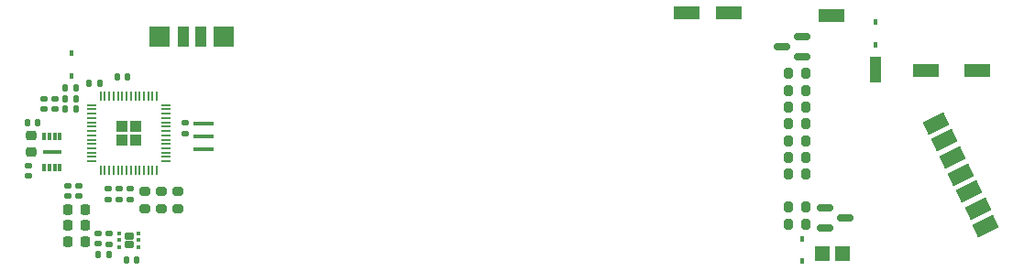
<source format=gbr>
%TF.GenerationSoftware,KiCad,Pcbnew,(7.0.0-40-g49f6a63a06)*%
%TF.CreationDate,2023-02-16T00:57:38+00:00*%
%TF.ProjectId,OPSX,4f505358-2e6b-4696-9361-645f70636258,rev?*%
%TF.SameCoordinates,PX6578900PY6a86820*%
%TF.FileFunction,Paste,Top*%
%TF.FilePolarity,Positive*%
%FSLAX46Y46*%
G04 Gerber Fmt 4.6, Leading zero omitted, Abs format (unit mm)*
G04 Created by KiCad (PCBNEW (7.0.0-40-g49f6a63a06)) date 2023-02-16 00:57:38*
%MOMM*%
%LPD*%
G01*
G04 APERTURE LIST*
G04 Aperture macros list*
%AMRoundRect*
0 Rectangle with rounded corners*
0 $1 Rounding radius*
0 $2 $3 $4 $5 $6 $7 $8 $9 X,Y pos of 4 corners*
0 Add a 4 corners polygon primitive as box body*
4,1,4,$2,$3,$4,$5,$6,$7,$8,$9,$2,$3,0*
0 Add four circle primitives for the rounded corners*
1,1,$1+$1,$2,$3*
1,1,$1+$1,$4,$5*
1,1,$1+$1,$6,$7*
1,1,$1+$1,$8,$9*
0 Add four rect primitives between the rounded corners*
20,1,$1+$1,$2,$3,$4,$5,0*
20,1,$1+$1,$4,$5,$6,$7,0*
20,1,$1+$1,$6,$7,$8,$9,0*
20,1,$1+$1,$8,$9,$2,$3,0*%
%AMRotRect*
0 Rectangle, with rotation*
0 The origin of the aperture is its center*
0 $1 length*
0 $2 width*
0 $3 Rotation angle, in degrees counterclockwise*
0 Add horizontal line*
21,1,$1,$2,0,0,$3*%
G04 Aperture macros list end*
%ADD10RoundRect,0.200000X0.200000X0.275000X-0.200000X0.275000X-0.200000X-0.275000X0.200000X-0.275000X0*%
%ADD11RoundRect,0.150000X0.587500X0.150000X-0.587500X0.150000X-0.587500X-0.150000X0.587500X-0.150000X0*%
%ADD12RoundRect,0.140000X0.140000X0.170000X-0.140000X0.170000X-0.140000X-0.170000X0.140000X-0.170000X0*%
%ADD13RoundRect,0.135000X0.185000X-0.135000X0.185000X0.135000X-0.185000X0.135000X-0.185000X-0.135000X0*%
%ADD14RoundRect,0.140000X-0.170000X0.140000X-0.170000X-0.140000X0.170000X-0.140000X0.170000X0.140000X0*%
%ADD15R,1.900000X0.400000*%
%ADD16RoundRect,0.250000X0.292217X-0.292217X0.292217X0.292217X-0.292217X0.292217X-0.292217X-0.292217X0*%
%ADD17RoundRect,0.050000X0.050000X-0.387500X0.050000X0.387500X-0.050000X0.387500X-0.050000X-0.387500X0*%
%ADD18RoundRect,0.050000X0.387500X-0.050000X0.387500X0.050000X-0.387500X0.050000X-0.387500X-0.050000X0*%
%ADD19R,0.450000X0.600000*%
%ADD20RoundRect,0.200000X-0.200000X-0.275000X0.200000X-0.275000X0.200000X0.275000X-0.200000X0.275000X0*%
%ADD21RoundRect,0.200000X-0.275000X0.200000X-0.275000X-0.200000X0.275000X-0.200000X0.275000X0.200000X0*%
%ADD22RoundRect,0.225000X0.225000X0.250000X-0.225000X0.250000X-0.225000X-0.250000X0.225000X-0.250000X0*%
%ADD23RoundRect,0.135000X-0.135000X-0.185000X0.135000X-0.185000X0.135000X0.185000X-0.135000X0.185000X0*%
%ADD24RoundRect,0.172500X-0.262500X-0.172500X0.262500X-0.172500X0.262500X0.172500X-0.262500X0.172500X0*%
%ADD25RoundRect,0.093750X-0.093750X-0.106250X0.093750X-0.106250X0.093750X0.106250X-0.093750X0.106250X0*%
%ADD26RoundRect,0.140000X0.170000X-0.140000X0.170000X0.140000X-0.170000X0.140000X-0.170000X-0.140000X0*%
%ADD27RotRect,2.150000X1.300000X26.000000*%
%ADD28R,2.410900X1.148900*%
%ADD29R,1.135175X2.404174*%
%ADD30R,2.355450X1.200000*%
%ADD31R,1.943250X1.953550*%
%ADD32R,1.050000X1.950000*%
%ADD33R,1.413846X1.475000*%
%ADD34R,1.371600X1.473750*%
%ADD35RoundRect,0.150000X-0.587500X-0.150000X0.587500X-0.150000X0.587500X0.150000X-0.587500X0.150000X0*%
%ADD36RoundRect,0.225000X-0.250000X0.225000X-0.250000X-0.225000X0.250000X-0.225000X0.250000X0.225000X0*%
%ADD37RoundRect,0.140000X-0.140000X-0.170000X0.140000X-0.170000X0.140000X0.170000X-0.140000X0.170000X0*%
%ADD38R,0.300000X0.650000*%
%ADD39R,1.700000X0.400000*%
G04 APERTURE END LIST*
D10*
%TO.C,R10*%
X70725000Y11550000D03*
X69075000Y11550000D03*
%TD*%
D11*
%TO.C,Q2*%
X70387500Y20850000D03*
X70387500Y22750000D03*
X68512500Y21800000D03*
%TD*%
D12*
%TO.C,C12*%
X-220000Y14800000D03*
X-1180000Y14800000D03*
%TD*%
D13*
%TO.C,R14*%
X6350000Y3540000D03*
X6350000Y4560000D03*
%TD*%
D14*
%TO.C,C9*%
X6300000Y8630000D03*
X6300000Y7670000D03*
%TD*%
D15*
%TO.C,Y1*%
X15099999Y14699999D03*
X15099999Y12299999D03*
X15099999Y13499999D03*
%TD*%
D14*
%TO.C,C8*%
X2550000Y8930000D03*
X2550000Y7970000D03*
%TD*%
%TO.C,R1*%
X350000Y16980000D03*
X350000Y16020000D03*
%TD*%
D16*
%TO.C,U2*%
X7542500Y13162500D03*
X8817500Y13162500D03*
X7542500Y14437500D03*
X8817500Y14437500D03*
D17*
X5580000Y10362500D03*
X5980000Y10362500D03*
X6380000Y10362500D03*
X6780000Y10362500D03*
X7180000Y10362500D03*
X7580000Y10362500D03*
X7980000Y10362500D03*
X8380000Y10362500D03*
X8780000Y10362500D03*
X9180000Y10362500D03*
X9580000Y10362500D03*
X9980000Y10362500D03*
X10380000Y10362500D03*
X10780000Y10362500D03*
D18*
X11617500Y11200000D03*
X11617500Y11600000D03*
X11617500Y12000000D03*
X11617500Y12400000D03*
X11617500Y12800000D03*
X11617500Y13200000D03*
X11617500Y13600000D03*
X11617500Y14000000D03*
X11617500Y14400000D03*
X11617500Y14800000D03*
X11617500Y15200000D03*
X11617500Y15600000D03*
X11617500Y16000000D03*
X11617500Y16400000D03*
D17*
X10780000Y17237500D03*
X10380000Y17237500D03*
X9980000Y17237500D03*
X9580000Y17237500D03*
X9180000Y17237500D03*
X8780000Y17237500D03*
X8380000Y17237500D03*
X7980000Y17237500D03*
X7580000Y17237500D03*
X7180000Y17237500D03*
X6780000Y17237500D03*
X6380000Y17237500D03*
X5980000Y17237500D03*
X5580000Y17237500D03*
D18*
X4742500Y16400000D03*
X4742500Y16000000D03*
X4742500Y15600000D03*
X4742500Y15200000D03*
X4742500Y14800000D03*
X4742500Y14400000D03*
X4742500Y14000000D03*
X4742500Y13600000D03*
X4742500Y13200000D03*
X4742500Y12800000D03*
X4742500Y12400000D03*
X4742500Y12000000D03*
X4742500Y11600000D03*
X4742500Y11200000D03*
%TD*%
D19*
%TO.C,D2*%
X77149999Y21999999D03*
X77149999Y24099999D03*
%TD*%
D20*
%TO.C,R11*%
X69075000Y13100000D03*
X70725000Y13100000D03*
%TD*%
D14*
%TO.C,C5*%
X5350000Y4530000D03*
X5350000Y3570000D03*
%TD*%
D19*
%TO.C,D3*%
X2849999Y19099999D03*
X2849999Y21199999D03*
%TD*%
D20*
%TO.C,R8*%
X69075000Y6950000D03*
X70725000Y6950000D03*
%TD*%
D21*
%TO.C,R16*%
X9700000Y8425000D03*
X9700000Y6775000D03*
%TD*%
D19*
%TO.C,D1*%
X70399999Y4049999D03*
X70399999Y1949999D03*
%TD*%
D14*
%TO.C,R2*%
X1350000Y16980000D03*
X1350000Y16020000D03*
%TD*%
D22*
%TO.C,C6*%
X4125000Y3750000D03*
X2575000Y3750000D03*
%TD*%
D21*
%TO.C,R18*%
X12700000Y8425000D03*
X12700000Y6775000D03*
%TD*%
D23*
%TO.C,R15*%
X5340000Y2600000D03*
X6360000Y2600000D03*
%TD*%
D24*
%TO.C,U4*%
X8200000Y4300000D03*
X8200000Y3500000D03*
D25*
X7312500Y4550000D03*
X7312500Y3900000D03*
X7312500Y3250000D03*
X9087500Y3250000D03*
X9087500Y3900000D03*
X9087500Y4550000D03*
%TD*%
D26*
%TO.C,R4*%
X13350000Y13770000D03*
X13350000Y14730000D03*
%TD*%
D22*
%TO.C,C7*%
X4125000Y6750000D03*
X2575000Y6750000D03*
%TD*%
D27*
%TO.C,U1*%
X82738649Y14692249D03*
X83513649Y13117249D03*
X84288649Y11542249D03*
X85038649Y9967249D03*
X85813649Y8392249D03*
X86588649Y6817249D03*
X87338649Y5242249D03*
D28*
X86538649Y19567799D03*
X81813649Y19617249D03*
D29*
X77142961Y19673436D03*
D28*
X73088649Y24667249D03*
X63638649Y24967249D03*
D30*
X59713649Y24942249D03*
D31*
X16988649Y22717249D03*
D32*
X14863649Y22717249D03*
X13213649Y22717249D03*
D31*
X11013649Y22717249D03*
D33*
X72263649Y2692249D03*
D34*
X74063649Y2692249D03*
%TD*%
D35*
%TO.C,Q1*%
X72462500Y6900000D03*
X72462500Y5000000D03*
X74337500Y5950000D03*
%TD*%
D12*
%TO.C,C1*%
X3280000Y17000000D03*
X2320000Y17000000D03*
%TD*%
D10*
%TO.C,R5*%
X70725000Y10000000D03*
X69075000Y10000000D03*
%TD*%
D36*
%TO.C,C13*%
X-850000Y13575000D03*
X-850000Y12025000D03*
%TD*%
D20*
%TO.C,R7*%
X69075000Y16200000D03*
X70725000Y16200000D03*
%TD*%
D14*
%TO.C,C3*%
X7280000Y8630000D03*
X7280000Y7670000D03*
%TD*%
D20*
%TO.C,R13*%
X69075000Y19300000D03*
X70725000Y19300000D03*
%TD*%
D21*
%TO.C,R17*%
X11200000Y8425000D03*
X11200000Y6775000D03*
%TD*%
D14*
%TO.C,C14*%
X3550000Y8930000D03*
X3550000Y7970000D03*
%TD*%
D22*
%TO.C,C16*%
X4125000Y5250000D03*
X2575000Y5250000D03*
%TD*%
D12*
%TO.C,C2*%
X3280000Y18000000D03*
X2320000Y18000000D03*
%TD*%
D37*
%TO.C,C11*%
X4520000Y18450000D03*
X5480000Y18450000D03*
%TD*%
D14*
%TO.C,R3*%
X-1100000Y10830000D03*
X-1100000Y9870000D03*
%TD*%
D10*
%TO.C,R6*%
X70725000Y14650000D03*
X69075000Y14650000D03*
%TD*%
%TO.C,R12*%
X70725000Y5400000D03*
X69075000Y5400000D03*
%TD*%
D12*
%TO.C,C10*%
X3280000Y16000000D03*
X2320000Y16000000D03*
%TD*%
D14*
%TO.C,C17*%
X8280000Y8630000D03*
X8280000Y7670000D03*
%TD*%
D37*
%TO.C,C4*%
X7970000Y2100000D03*
X8930000Y2100000D03*
%TD*%
D20*
%TO.C,R9*%
X69075000Y17750000D03*
X70725000Y17750000D03*
%TD*%
D38*
%TO.C,U3*%
X329999Y10639999D03*
X829999Y10639999D03*
X1329999Y10639999D03*
X1829999Y10639999D03*
X1829999Y13539999D03*
X1329999Y13539999D03*
X829999Y13539999D03*
X329999Y13539999D03*
D39*
X1079999Y12089999D03*
%TD*%
D37*
%TO.C,C18*%
X7120000Y19000000D03*
X8080000Y19000000D03*
%TD*%
M02*

</source>
